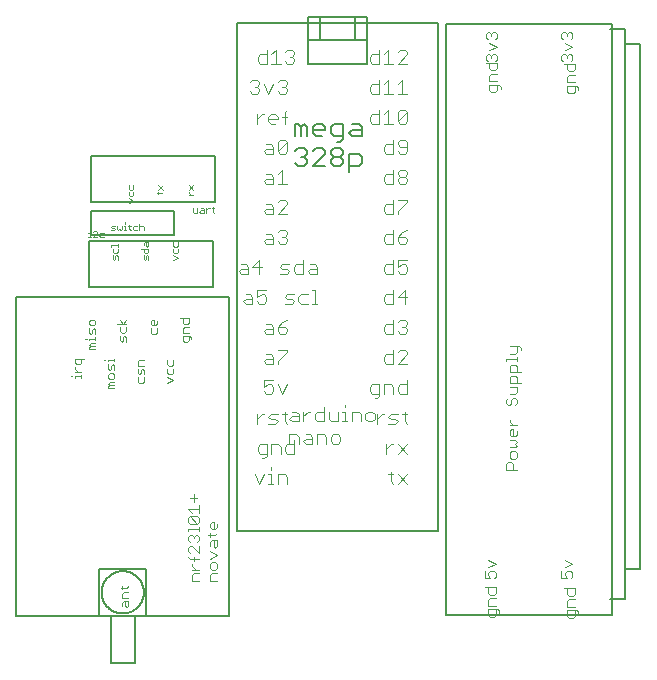
<source format=gto>
G75*
%MOIN*%
%OFA0B0*%
%FSLAX25Y25*%
%IPPOS*%
%LPD*%
%AMOC8*
5,1,8,0,0,1.08239X$1,22.5*
%
%ADD10C,0.00500*%
%ADD11C,0.00200*%
%ADD12C,0.00400*%
%ADD13C,0.00300*%
%ADD14C,0.00100*%
D10*
X0007863Y0023217D02*
X0007863Y0129517D01*
X0078729Y0129517D01*
X0078729Y0023217D01*
X0007863Y0023217D01*
X0035422Y0023217D02*
X0039359Y0023217D01*
X0039359Y0007469D01*
X0047233Y0007469D01*
X0047233Y0023217D01*
X0039359Y0023217D01*
X0035422Y0023217D02*
X0035422Y0038965D01*
X0051170Y0038965D01*
X0051170Y0023217D01*
X0036253Y0031091D02*
X0036255Y0031264D01*
X0036261Y0031437D01*
X0036272Y0031609D01*
X0036287Y0031781D01*
X0036306Y0031953D01*
X0036329Y0032124D01*
X0036357Y0032295D01*
X0036388Y0032465D01*
X0036424Y0032634D01*
X0036464Y0032802D01*
X0036508Y0032969D01*
X0036556Y0033135D01*
X0036608Y0033300D01*
X0036665Y0033464D01*
X0036725Y0033626D01*
X0036789Y0033786D01*
X0036857Y0033945D01*
X0036929Y0034102D01*
X0037005Y0034258D01*
X0037085Y0034411D01*
X0037168Y0034562D01*
X0037255Y0034712D01*
X0037346Y0034859D01*
X0037440Y0035004D01*
X0037538Y0035146D01*
X0037639Y0035287D01*
X0037744Y0035424D01*
X0037852Y0035559D01*
X0037963Y0035691D01*
X0038077Y0035821D01*
X0038195Y0035947D01*
X0038316Y0036071D01*
X0038440Y0036192D01*
X0038566Y0036310D01*
X0038696Y0036424D01*
X0038828Y0036535D01*
X0038963Y0036643D01*
X0039100Y0036748D01*
X0039241Y0036849D01*
X0039383Y0036947D01*
X0039528Y0037041D01*
X0039675Y0037132D01*
X0039825Y0037219D01*
X0039976Y0037302D01*
X0040129Y0037382D01*
X0040285Y0037458D01*
X0040442Y0037530D01*
X0040601Y0037598D01*
X0040761Y0037662D01*
X0040923Y0037722D01*
X0041087Y0037779D01*
X0041252Y0037831D01*
X0041418Y0037879D01*
X0041585Y0037923D01*
X0041753Y0037963D01*
X0041922Y0037999D01*
X0042092Y0038030D01*
X0042263Y0038058D01*
X0042434Y0038081D01*
X0042606Y0038100D01*
X0042778Y0038115D01*
X0042950Y0038126D01*
X0043123Y0038132D01*
X0043296Y0038134D01*
X0043469Y0038132D01*
X0043642Y0038126D01*
X0043814Y0038115D01*
X0043986Y0038100D01*
X0044158Y0038081D01*
X0044329Y0038058D01*
X0044500Y0038030D01*
X0044670Y0037999D01*
X0044839Y0037963D01*
X0045007Y0037923D01*
X0045174Y0037879D01*
X0045340Y0037831D01*
X0045505Y0037779D01*
X0045669Y0037722D01*
X0045831Y0037662D01*
X0045991Y0037598D01*
X0046150Y0037530D01*
X0046307Y0037458D01*
X0046463Y0037382D01*
X0046616Y0037302D01*
X0046767Y0037219D01*
X0046917Y0037132D01*
X0047064Y0037041D01*
X0047209Y0036947D01*
X0047351Y0036849D01*
X0047492Y0036748D01*
X0047629Y0036643D01*
X0047764Y0036535D01*
X0047896Y0036424D01*
X0048026Y0036310D01*
X0048152Y0036192D01*
X0048276Y0036071D01*
X0048397Y0035947D01*
X0048515Y0035821D01*
X0048629Y0035691D01*
X0048740Y0035559D01*
X0048848Y0035424D01*
X0048953Y0035287D01*
X0049054Y0035146D01*
X0049152Y0035004D01*
X0049246Y0034859D01*
X0049337Y0034712D01*
X0049424Y0034562D01*
X0049507Y0034411D01*
X0049587Y0034258D01*
X0049663Y0034102D01*
X0049735Y0033945D01*
X0049803Y0033786D01*
X0049867Y0033626D01*
X0049927Y0033464D01*
X0049984Y0033300D01*
X0050036Y0033135D01*
X0050084Y0032969D01*
X0050128Y0032802D01*
X0050168Y0032634D01*
X0050204Y0032465D01*
X0050235Y0032295D01*
X0050263Y0032124D01*
X0050286Y0031953D01*
X0050305Y0031781D01*
X0050320Y0031609D01*
X0050331Y0031437D01*
X0050337Y0031264D01*
X0050339Y0031091D01*
X0050337Y0030918D01*
X0050331Y0030745D01*
X0050320Y0030573D01*
X0050305Y0030401D01*
X0050286Y0030229D01*
X0050263Y0030058D01*
X0050235Y0029887D01*
X0050204Y0029717D01*
X0050168Y0029548D01*
X0050128Y0029380D01*
X0050084Y0029213D01*
X0050036Y0029047D01*
X0049984Y0028882D01*
X0049927Y0028718D01*
X0049867Y0028556D01*
X0049803Y0028396D01*
X0049735Y0028237D01*
X0049663Y0028080D01*
X0049587Y0027924D01*
X0049507Y0027771D01*
X0049424Y0027620D01*
X0049337Y0027470D01*
X0049246Y0027323D01*
X0049152Y0027178D01*
X0049054Y0027036D01*
X0048953Y0026895D01*
X0048848Y0026758D01*
X0048740Y0026623D01*
X0048629Y0026491D01*
X0048515Y0026361D01*
X0048397Y0026235D01*
X0048276Y0026111D01*
X0048152Y0025990D01*
X0048026Y0025872D01*
X0047896Y0025758D01*
X0047764Y0025647D01*
X0047629Y0025539D01*
X0047492Y0025434D01*
X0047351Y0025333D01*
X0047209Y0025235D01*
X0047064Y0025141D01*
X0046917Y0025050D01*
X0046767Y0024963D01*
X0046616Y0024880D01*
X0046463Y0024800D01*
X0046307Y0024724D01*
X0046150Y0024652D01*
X0045991Y0024584D01*
X0045831Y0024520D01*
X0045669Y0024460D01*
X0045505Y0024403D01*
X0045340Y0024351D01*
X0045174Y0024303D01*
X0045007Y0024259D01*
X0044839Y0024219D01*
X0044670Y0024183D01*
X0044500Y0024152D01*
X0044329Y0024124D01*
X0044158Y0024101D01*
X0043986Y0024082D01*
X0043814Y0024067D01*
X0043642Y0024056D01*
X0043469Y0024050D01*
X0043296Y0024048D01*
X0043123Y0024050D01*
X0042950Y0024056D01*
X0042778Y0024067D01*
X0042606Y0024082D01*
X0042434Y0024101D01*
X0042263Y0024124D01*
X0042092Y0024152D01*
X0041922Y0024183D01*
X0041753Y0024219D01*
X0041585Y0024259D01*
X0041418Y0024303D01*
X0041252Y0024351D01*
X0041087Y0024403D01*
X0040923Y0024460D01*
X0040761Y0024520D01*
X0040601Y0024584D01*
X0040442Y0024652D01*
X0040285Y0024724D01*
X0040129Y0024800D01*
X0039976Y0024880D01*
X0039825Y0024963D01*
X0039675Y0025050D01*
X0039528Y0025141D01*
X0039383Y0025235D01*
X0039241Y0025333D01*
X0039100Y0025434D01*
X0038963Y0025539D01*
X0038828Y0025647D01*
X0038696Y0025758D01*
X0038566Y0025872D01*
X0038440Y0025990D01*
X0038316Y0026111D01*
X0038195Y0026235D01*
X0038077Y0026361D01*
X0037963Y0026491D01*
X0037852Y0026623D01*
X0037744Y0026758D01*
X0037639Y0026895D01*
X0037538Y0027036D01*
X0037440Y0027178D01*
X0037346Y0027323D01*
X0037255Y0027470D01*
X0037168Y0027620D01*
X0037085Y0027771D01*
X0037005Y0027924D01*
X0036929Y0028080D01*
X0036857Y0028237D01*
X0036789Y0028396D01*
X0036725Y0028556D01*
X0036665Y0028718D01*
X0036608Y0028882D01*
X0036556Y0029047D01*
X0036508Y0029213D01*
X0036464Y0029380D01*
X0036424Y0029548D01*
X0036388Y0029717D01*
X0036357Y0029887D01*
X0036329Y0030058D01*
X0036306Y0030229D01*
X0036287Y0030401D01*
X0036272Y0030573D01*
X0036261Y0030745D01*
X0036255Y0030918D01*
X0036253Y0031091D01*
X0081367Y0051603D02*
X0081367Y0220894D01*
X0148296Y0220894D01*
X0148296Y0051603D01*
X0081367Y0051603D01*
X0151170Y0023611D02*
X0151170Y0220461D01*
X0206288Y0220461D01*
X0206288Y0023611D01*
X0151170Y0023611D01*
X0205855Y0028729D02*
X0210855Y0028729D01*
X0210855Y0038729D01*
X0215855Y0038729D01*
X0215855Y0213729D01*
X0210855Y0213729D01*
X0210855Y0038729D01*
X0121899Y0173148D02*
X0118847Y0173148D01*
X0118847Y0171113D02*
X0118847Y0177219D01*
X0121899Y0177219D01*
X0122917Y0176201D01*
X0122917Y0174166D01*
X0121899Y0173148D01*
X0116840Y0174166D02*
X0115822Y0173148D01*
X0113787Y0173148D01*
X0112770Y0174166D01*
X0112770Y0175183D01*
X0113787Y0176201D01*
X0115822Y0176201D01*
X0116840Y0175183D01*
X0116840Y0174166D01*
X0115822Y0176201D02*
X0116840Y0177219D01*
X0116840Y0178236D01*
X0115822Y0179254D01*
X0113787Y0179254D01*
X0112770Y0178236D01*
X0112770Y0177219D01*
X0113787Y0176201D01*
X0110763Y0177219D02*
X0110763Y0178236D01*
X0109745Y0179254D01*
X0107710Y0179254D01*
X0106692Y0178236D01*
X0104685Y0178236D02*
X0104685Y0177219D01*
X0103668Y0176201D01*
X0104685Y0175183D01*
X0104685Y0174166D01*
X0103668Y0173148D01*
X0101633Y0173148D01*
X0100615Y0174166D01*
X0102650Y0176201D02*
X0103668Y0176201D01*
X0104685Y0178236D02*
X0103668Y0179254D01*
X0101633Y0179254D01*
X0100615Y0178236D01*
X0100615Y0183048D02*
X0100615Y0187119D01*
X0101633Y0187119D01*
X0102650Y0186101D01*
X0103668Y0187119D01*
X0104685Y0186101D01*
X0104685Y0183048D01*
X0102650Y0183048D02*
X0102650Y0186101D01*
X0106692Y0186101D02*
X0106692Y0184066D01*
X0107710Y0183048D01*
X0109745Y0183048D01*
X0110763Y0185083D02*
X0106692Y0185083D01*
X0106692Y0186101D02*
X0107710Y0187119D01*
X0109745Y0187119D01*
X0110763Y0186101D01*
X0110763Y0185083D01*
X0112770Y0184066D02*
X0113787Y0183048D01*
X0116840Y0183048D01*
X0116840Y0182031D02*
X0115822Y0181013D01*
X0114805Y0181013D01*
X0116840Y0182031D02*
X0116840Y0187119D01*
X0113787Y0187119D01*
X0112770Y0186101D01*
X0112770Y0184066D01*
X0118847Y0184066D02*
X0119864Y0185083D01*
X0122917Y0185083D01*
X0122917Y0186101D02*
X0122917Y0183048D01*
X0119864Y0183048D01*
X0118847Y0184066D01*
X0121899Y0187119D02*
X0122917Y0186101D01*
X0121899Y0187119D02*
X0119864Y0187119D01*
X0110763Y0177219D02*
X0106692Y0173148D01*
X0110763Y0173148D01*
X0104989Y0207115D02*
X0104989Y0214989D01*
X0108926Y0214989D01*
X0108926Y0222863D01*
X0120737Y0222863D01*
X0120737Y0214989D01*
X0124674Y0214989D01*
X0124674Y0207115D01*
X0104989Y0207115D01*
X0104989Y0214989D02*
X0104989Y0220894D01*
X0104989Y0222863D01*
X0108926Y0222863D01*
X0104989Y0220894D02*
X0124674Y0220894D01*
X0124674Y0222863D01*
X0120737Y0222863D01*
X0124674Y0220894D02*
X0124674Y0214989D01*
X0120737Y0214989D02*
X0108926Y0214989D01*
X0073965Y0176446D02*
X0032627Y0176446D01*
X0032627Y0161091D01*
X0073965Y0161091D01*
X0073965Y0161485D01*
X0073965Y0176446D01*
X0060422Y0158020D02*
X0060422Y0150146D01*
X0032863Y0150146D01*
X0032863Y0158020D01*
X0060422Y0158020D01*
X0073532Y0148099D02*
X0032194Y0148099D01*
X0032194Y0147706D01*
X0032194Y0132745D01*
X0073532Y0132745D01*
X0073532Y0148099D01*
X0205855Y0218729D02*
X0210855Y0218729D01*
X0210855Y0213729D01*
D11*
X0050331Y0152884D02*
X0050331Y0151783D01*
X0050331Y0152884D02*
X0049964Y0153251D01*
X0049230Y0153251D01*
X0048863Y0152884D01*
X0048121Y0153251D02*
X0047020Y0153251D01*
X0046653Y0152884D01*
X0046653Y0152150D01*
X0047020Y0151783D01*
X0048121Y0151783D01*
X0048863Y0151783D02*
X0048863Y0153985D01*
X0045914Y0153251D02*
X0045180Y0153251D01*
X0045547Y0153618D02*
X0045547Y0152150D01*
X0045914Y0151783D01*
X0044441Y0151783D02*
X0043707Y0151783D01*
X0044074Y0151783D02*
X0044074Y0153251D01*
X0043707Y0153251D01*
X0042965Y0153251D02*
X0042965Y0152150D01*
X0042598Y0151783D01*
X0042231Y0152150D01*
X0041864Y0151783D01*
X0041497Y0152150D01*
X0041497Y0153251D01*
X0040755Y0153251D02*
X0039654Y0153251D01*
X0039287Y0152884D01*
X0039654Y0152517D01*
X0040388Y0152517D01*
X0040755Y0152150D01*
X0040388Y0151783D01*
X0039287Y0151783D01*
X0044074Y0153985D02*
X0044074Y0154352D01*
D12*
X0082703Y0140384D02*
X0084237Y0140384D01*
X0085005Y0139617D01*
X0085005Y0137315D01*
X0082703Y0137315D01*
X0081935Y0138082D01*
X0082703Y0138850D01*
X0085005Y0138850D01*
X0086539Y0139617D02*
X0089609Y0139617D01*
X0088841Y0137315D02*
X0088841Y0141919D01*
X0086539Y0139617D01*
X0091119Y0147315D02*
X0090351Y0148082D01*
X0091119Y0148850D01*
X0093420Y0148850D01*
X0093420Y0149617D02*
X0093420Y0147315D01*
X0091119Y0147315D01*
X0091119Y0150384D02*
X0092653Y0150384D01*
X0093420Y0149617D01*
X0094955Y0151152D02*
X0095722Y0151919D01*
X0097257Y0151919D01*
X0098024Y0151152D01*
X0098024Y0150384D01*
X0097257Y0149617D01*
X0098024Y0148850D01*
X0098024Y0148082D01*
X0097257Y0147315D01*
X0095722Y0147315D01*
X0094955Y0148082D01*
X0096490Y0149617D02*
X0097257Y0149617D01*
X0098024Y0157315D02*
X0094955Y0157315D01*
X0098024Y0160384D01*
X0098024Y0161152D01*
X0097257Y0161919D01*
X0095722Y0161919D01*
X0094955Y0161152D01*
X0093420Y0159617D02*
X0093420Y0157315D01*
X0091119Y0157315D01*
X0090351Y0158082D01*
X0091119Y0158850D01*
X0093420Y0158850D01*
X0093420Y0159617D02*
X0092653Y0160384D01*
X0091119Y0160384D01*
X0091119Y0167315D02*
X0090351Y0168082D01*
X0091119Y0168850D01*
X0093420Y0168850D01*
X0093420Y0169617D02*
X0093420Y0167315D01*
X0091119Y0167315D01*
X0091119Y0170384D02*
X0092653Y0170384D01*
X0093420Y0169617D01*
X0094955Y0170384D02*
X0096490Y0171919D01*
X0096490Y0167315D01*
X0098024Y0167315D02*
X0094955Y0167315D01*
X0095722Y0177315D02*
X0094955Y0178082D01*
X0098024Y0181152D01*
X0098024Y0178082D01*
X0097257Y0177315D01*
X0095722Y0177315D01*
X0094955Y0178082D02*
X0094955Y0181152D01*
X0095722Y0181919D01*
X0097257Y0181919D01*
X0098024Y0181152D01*
X0093420Y0179617D02*
X0093420Y0177315D01*
X0091119Y0177315D01*
X0090351Y0178082D01*
X0091119Y0178850D01*
X0093420Y0178850D01*
X0093420Y0179617D02*
X0092653Y0180384D01*
X0091119Y0180384D01*
X0092653Y0187315D02*
X0091886Y0188082D01*
X0091886Y0189617D01*
X0092653Y0190384D01*
X0094188Y0190384D01*
X0094955Y0189617D01*
X0094955Y0188850D01*
X0091886Y0188850D01*
X0092653Y0187315D02*
X0094188Y0187315D01*
X0097257Y0187315D02*
X0097257Y0191152D01*
X0098024Y0191919D01*
X0098024Y0189617D02*
X0096490Y0189617D01*
X0090351Y0190384D02*
X0089584Y0190384D01*
X0088049Y0188850D01*
X0088049Y0190384D02*
X0088049Y0187315D01*
X0088049Y0197315D02*
X0086515Y0197315D01*
X0085747Y0198082D01*
X0087282Y0199617D02*
X0088049Y0199617D01*
X0088817Y0198850D01*
X0088817Y0198082D01*
X0088049Y0197315D01*
X0088049Y0199617D02*
X0088817Y0200384D01*
X0088817Y0201152D01*
X0088049Y0201919D01*
X0086515Y0201919D01*
X0085747Y0201152D01*
X0090351Y0200384D02*
X0091886Y0197315D01*
X0093420Y0200384D01*
X0094955Y0201152D02*
X0095722Y0201919D01*
X0097257Y0201919D01*
X0098024Y0201152D01*
X0098024Y0200384D01*
X0097257Y0199617D01*
X0098024Y0198850D01*
X0098024Y0198082D01*
X0097257Y0197315D01*
X0095722Y0197315D01*
X0094955Y0198082D01*
X0096490Y0199617D02*
X0097257Y0199617D01*
X0098222Y0207315D02*
X0097455Y0208082D01*
X0098222Y0207315D02*
X0099757Y0207315D01*
X0100524Y0208082D01*
X0100524Y0208850D01*
X0099757Y0209617D01*
X0098990Y0209617D01*
X0099757Y0209617D02*
X0100524Y0210384D01*
X0100524Y0211152D01*
X0099757Y0211919D01*
X0098222Y0211919D01*
X0097455Y0211152D01*
X0094386Y0211919D02*
X0094386Y0207315D01*
X0095920Y0207315D02*
X0092851Y0207315D01*
X0091317Y0207315D02*
X0089015Y0207315D01*
X0088247Y0208082D01*
X0088247Y0209617D01*
X0089015Y0210384D01*
X0091317Y0210384D01*
X0092851Y0210384D02*
X0094386Y0211919D01*
X0091317Y0211919D02*
X0091317Y0207315D01*
X0125747Y0208082D02*
X0126515Y0207315D01*
X0128817Y0207315D01*
X0128817Y0211919D01*
X0128817Y0210384D02*
X0126515Y0210384D01*
X0125747Y0209617D01*
X0125747Y0208082D01*
X0130351Y0207315D02*
X0133420Y0207315D01*
X0131886Y0207315D02*
X0131886Y0211919D01*
X0130351Y0210384D01*
X0134955Y0211152D02*
X0135722Y0211919D01*
X0137257Y0211919D01*
X0138024Y0211152D01*
X0138024Y0210384D01*
X0134955Y0207315D01*
X0138024Y0207315D01*
X0136490Y0201919D02*
X0136490Y0197315D01*
X0138024Y0197315D02*
X0134955Y0197315D01*
X0133420Y0197315D02*
X0130351Y0197315D01*
X0128817Y0197315D02*
X0126515Y0197315D01*
X0125747Y0198082D01*
X0125747Y0199617D01*
X0126515Y0200384D01*
X0128817Y0200384D01*
X0130351Y0200384D02*
X0131886Y0201919D01*
X0131886Y0197315D01*
X0128817Y0197315D02*
X0128817Y0201919D01*
X0134955Y0200384D02*
X0136490Y0201919D01*
X0135722Y0191919D02*
X0137257Y0191919D01*
X0138024Y0191152D01*
X0134955Y0188082D01*
X0135722Y0187315D01*
X0137257Y0187315D01*
X0138024Y0188082D01*
X0138024Y0191152D01*
X0135722Y0191919D02*
X0134955Y0191152D01*
X0134955Y0188082D01*
X0133420Y0187315D02*
X0130351Y0187315D01*
X0128817Y0187315D02*
X0126515Y0187315D01*
X0125747Y0188082D01*
X0125747Y0189617D01*
X0126515Y0190384D01*
X0128817Y0190384D01*
X0130351Y0190384D02*
X0131886Y0191919D01*
X0131886Y0187315D01*
X0128817Y0187315D02*
X0128817Y0191919D01*
X0133420Y0181919D02*
X0133420Y0177315D01*
X0131119Y0177315D01*
X0130351Y0178082D01*
X0130351Y0179617D01*
X0131119Y0180384D01*
X0133420Y0180384D01*
X0134955Y0180384D02*
X0135722Y0179617D01*
X0138024Y0179617D01*
X0138024Y0178082D02*
X0138024Y0181152D01*
X0137257Y0181919D01*
X0135722Y0181919D01*
X0134955Y0181152D01*
X0134955Y0180384D01*
X0134955Y0178082D02*
X0135722Y0177315D01*
X0137257Y0177315D01*
X0138024Y0178082D01*
X0137257Y0171919D02*
X0135722Y0171919D01*
X0134955Y0171152D01*
X0134955Y0170384D01*
X0135722Y0169617D01*
X0137257Y0169617D01*
X0138024Y0168850D01*
X0138024Y0168082D01*
X0137257Y0167315D01*
X0135722Y0167315D01*
X0134955Y0168082D01*
X0134955Y0168850D01*
X0135722Y0169617D01*
X0137257Y0169617D02*
X0138024Y0170384D01*
X0138024Y0171152D01*
X0137257Y0171919D01*
X0133420Y0171919D02*
X0133420Y0167315D01*
X0131119Y0167315D01*
X0130351Y0168082D01*
X0130351Y0169617D01*
X0131119Y0170384D01*
X0133420Y0170384D01*
X0133420Y0161919D02*
X0133420Y0157315D01*
X0131119Y0157315D01*
X0130351Y0158082D01*
X0130351Y0159617D01*
X0131119Y0160384D01*
X0133420Y0160384D01*
X0134955Y0161919D02*
X0138024Y0161919D01*
X0138024Y0161152D01*
X0134955Y0158082D01*
X0134955Y0157315D01*
X0133420Y0151919D02*
X0133420Y0147315D01*
X0131119Y0147315D01*
X0130351Y0148082D01*
X0130351Y0149617D01*
X0131119Y0150384D01*
X0133420Y0150384D01*
X0134955Y0149617D02*
X0134955Y0148082D01*
X0135722Y0147315D01*
X0137257Y0147315D01*
X0138024Y0148082D01*
X0138024Y0148850D01*
X0137257Y0149617D01*
X0134955Y0149617D01*
X0136490Y0151152D01*
X0138024Y0151919D01*
X0138024Y0141919D02*
X0134955Y0141919D01*
X0134955Y0139617D01*
X0136490Y0140384D01*
X0137257Y0140384D01*
X0138024Y0139617D01*
X0138024Y0138082D01*
X0137257Y0137315D01*
X0135722Y0137315D01*
X0134955Y0138082D01*
X0133420Y0137315D02*
X0131119Y0137315D01*
X0130351Y0138082D01*
X0130351Y0139617D01*
X0131119Y0140384D01*
X0133420Y0140384D01*
X0133420Y0141919D02*
X0133420Y0137315D01*
X0133420Y0131919D02*
X0133420Y0127315D01*
X0131119Y0127315D01*
X0130351Y0128082D01*
X0130351Y0129617D01*
X0131119Y0130384D01*
X0133420Y0130384D01*
X0134955Y0129617D02*
X0138024Y0129617D01*
X0137257Y0127315D02*
X0137257Y0131919D01*
X0134955Y0129617D01*
X0135722Y0121919D02*
X0137257Y0121919D01*
X0138024Y0121152D01*
X0138024Y0120384D01*
X0137257Y0119617D01*
X0138024Y0118850D01*
X0138024Y0118082D01*
X0137257Y0117315D01*
X0135722Y0117315D01*
X0134955Y0118082D01*
X0133420Y0117315D02*
X0131119Y0117315D01*
X0130351Y0118082D01*
X0130351Y0119617D01*
X0131119Y0120384D01*
X0133420Y0120384D01*
X0133420Y0121919D02*
X0133420Y0117315D01*
X0136490Y0119617D02*
X0137257Y0119617D01*
X0134955Y0121152D02*
X0135722Y0121919D01*
X0135722Y0111919D02*
X0134955Y0111152D01*
X0135722Y0111919D02*
X0137257Y0111919D01*
X0138024Y0111152D01*
X0138024Y0110384D01*
X0134955Y0107315D01*
X0138024Y0107315D01*
X0133420Y0107315D02*
X0133420Y0111919D01*
X0133420Y0110384D02*
X0131119Y0110384D01*
X0130351Y0109617D01*
X0130351Y0108082D01*
X0131119Y0107315D01*
X0133420Y0107315D01*
X0132653Y0100384D02*
X0130351Y0100384D01*
X0130351Y0097315D01*
X0128817Y0097315D02*
X0126515Y0097315D01*
X0125747Y0098082D01*
X0125747Y0099617D01*
X0126515Y0100384D01*
X0128817Y0100384D01*
X0128817Y0096548D01*
X0128049Y0095780D01*
X0127282Y0095780D01*
X0126509Y0091211D02*
X0124974Y0091211D01*
X0124207Y0090444D01*
X0124207Y0088909D01*
X0124974Y0088142D01*
X0126509Y0088142D01*
X0127276Y0088909D01*
X0127276Y0090444D01*
X0126509Y0091211D01*
X0128049Y0090384D02*
X0128049Y0087315D01*
X0128049Y0088850D02*
X0129584Y0090384D01*
X0130351Y0090384D01*
X0131886Y0089617D02*
X0132653Y0090384D01*
X0134955Y0090384D01*
X0136490Y0090384D02*
X0138024Y0090384D01*
X0137257Y0091152D02*
X0137257Y0088082D01*
X0138024Y0087315D01*
X0134955Y0088082D02*
X0134188Y0088850D01*
X0132653Y0088850D01*
X0131886Y0089617D01*
X0131886Y0087315D02*
X0134188Y0087315D01*
X0134955Y0088082D01*
X0134955Y0080384D02*
X0138024Y0077315D01*
X0134955Y0077315D02*
X0138024Y0080384D01*
X0133420Y0080384D02*
X0132653Y0080384D01*
X0131119Y0078850D01*
X0131119Y0080384D02*
X0131119Y0077315D01*
X0132653Y0071152D02*
X0132653Y0068082D01*
X0133420Y0067315D01*
X0134955Y0067315D02*
X0138024Y0070384D01*
X0134955Y0070384D02*
X0138024Y0067315D01*
X0133420Y0070384D02*
X0131886Y0070384D01*
X0115767Y0081409D02*
X0115767Y0082944D01*
X0114999Y0083711D01*
X0113465Y0083711D01*
X0112697Y0082944D01*
X0112697Y0081409D01*
X0113465Y0080642D01*
X0114999Y0080642D01*
X0115767Y0081409D01*
X0111163Y0080642D02*
X0111163Y0082944D01*
X0110395Y0083711D01*
X0108093Y0083711D01*
X0108093Y0080642D01*
X0106559Y0080642D02*
X0106559Y0082944D01*
X0105791Y0083711D01*
X0104257Y0083711D01*
X0104257Y0082176D02*
X0106559Y0082176D01*
X0106559Y0080642D02*
X0104257Y0080642D01*
X0103489Y0081409D01*
X0104257Y0082176D01*
X0101955Y0082944D02*
X0101955Y0080642D01*
X0100524Y0080384D02*
X0098222Y0080384D01*
X0097455Y0079617D01*
X0097455Y0078082D01*
X0098222Y0077315D01*
X0100524Y0077315D01*
X0100524Y0081919D01*
X0101955Y0082944D02*
X0101187Y0083711D01*
X0098885Y0083711D01*
X0098885Y0080642D01*
X0095920Y0079617D02*
X0095920Y0077315D01*
X0095920Y0079617D02*
X0095153Y0080384D01*
X0092851Y0080384D01*
X0092851Y0077315D01*
X0091317Y0077315D02*
X0089015Y0077315D01*
X0088247Y0078082D01*
X0088247Y0079617D01*
X0089015Y0080384D01*
X0091317Y0080384D01*
X0091317Y0076548D01*
X0090549Y0075780D01*
X0089782Y0075780D01*
X0092653Y0072686D02*
X0092653Y0071919D01*
X0092653Y0070384D02*
X0092653Y0067315D01*
X0091886Y0067315D02*
X0093420Y0067315D01*
X0094955Y0067315D02*
X0094955Y0070384D01*
X0097257Y0070384D01*
X0098024Y0069617D01*
X0098024Y0067315D01*
X0092653Y0070384D02*
X0091886Y0070384D01*
X0090351Y0070384D02*
X0088817Y0067315D01*
X0087282Y0070384D01*
X0088049Y0087315D02*
X0088049Y0090384D01*
X0088049Y0088850D02*
X0089584Y0090384D01*
X0090351Y0090384D01*
X0091886Y0089617D02*
X0092653Y0088850D01*
X0094188Y0088850D01*
X0094955Y0088082D01*
X0094188Y0087315D01*
X0091886Y0087315D01*
X0091886Y0089617D02*
X0092653Y0090384D01*
X0094955Y0090384D01*
X0096490Y0090384D02*
X0098024Y0090384D01*
X0097257Y0091152D02*
X0097257Y0088082D01*
X0098024Y0087315D01*
X0098885Y0088909D02*
X0099653Y0089676D01*
X0101955Y0089676D01*
X0101955Y0090444D02*
X0101955Y0088142D01*
X0099653Y0088142D01*
X0098885Y0088909D01*
X0101187Y0091211D02*
X0101955Y0090444D01*
X0101187Y0091211D02*
X0099653Y0091211D01*
X0103489Y0091211D02*
X0103489Y0088142D01*
X0103489Y0089676D02*
X0105024Y0091211D01*
X0105791Y0091211D01*
X0107326Y0090444D02*
X0108093Y0091211D01*
X0110395Y0091211D01*
X0110395Y0092746D02*
X0110395Y0088142D01*
X0108093Y0088142D01*
X0107326Y0088909D01*
X0107326Y0090444D01*
X0111930Y0091211D02*
X0111930Y0088909D01*
X0112697Y0088142D01*
X0114999Y0088142D01*
X0114999Y0091211D01*
X0116534Y0091211D02*
X0117301Y0091211D01*
X0117301Y0088142D01*
X0116534Y0088142D02*
X0118068Y0088142D01*
X0119603Y0088142D02*
X0119603Y0091211D01*
X0121905Y0091211D01*
X0122672Y0090444D01*
X0122672Y0088142D01*
X0117301Y0092746D02*
X0117301Y0093513D01*
X0133420Y0097315D02*
X0133420Y0099617D01*
X0132653Y0100384D01*
X0134955Y0099617D02*
X0135722Y0100384D01*
X0138024Y0100384D01*
X0138024Y0101919D02*
X0138024Y0097315D01*
X0135722Y0097315D01*
X0134955Y0098082D01*
X0134955Y0099617D01*
X0108024Y0127315D02*
X0106490Y0127315D01*
X0107257Y0127315D02*
X0107257Y0131919D01*
X0106490Y0131919D01*
X0104955Y0130384D02*
X0102653Y0130384D01*
X0101886Y0129617D01*
X0101886Y0128082D01*
X0102653Y0127315D01*
X0104955Y0127315D01*
X0100351Y0128082D02*
X0099584Y0127315D01*
X0097282Y0127315D01*
X0098049Y0128850D02*
X0097282Y0129617D01*
X0098049Y0130384D01*
X0100351Y0130384D01*
X0099584Y0128850D02*
X0098049Y0128850D01*
X0099584Y0128850D02*
X0100351Y0128082D01*
X0098024Y0121919D02*
X0096490Y0121152D01*
X0094955Y0119617D01*
X0097257Y0119617D01*
X0098024Y0118850D01*
X0098024Y0118082D01*
X0097257Y0117315D01*
X0095722Y0117315D01*
X0094955Y0118082D01*
X0094955Y0119617D01*
X0093420Y0119617D02*
X0093420Y0117315D01*
X0091119Y0117315D01*
X0090351Y0118082D01*
X0091119Y0118850D01*
X0093420Y0118850D01*
X0093420Y0119617D02*
X0092653Y0120384D01*
X0091119Y0120384D01*
X0090376Y0127315D02*
X0088841Y0127315D01*
X0088074Y0128082D01*
X0088074Y0129617D02*
X0089609Y0130384D01*
X0090376Y0130384D01*
X0091143Y0129617D01*
X0091143Y0128082D01*
X0090376Y0127315D01*
X0088074Y0129617D02*
X0088074Y0131919D01*
X0091143Y0131919D01*
X0086539Y0129617D02*
X0086539Y0127315D01*
X0084237Y0127315D01*
X0083470Y0128082D01*
X0084237Y0128850D01*
X0086539Y0128850D01*
X0086539Y0129617D02*
X0085772Y0130384D01*
X0084237Y0130384D01*
X0095747Y0137315D02*
X0098049Y0137315D01*
X0098816Y0138082D01*
X0098049Y0138850D01*
X0096515Y0138850D01*
X0095747Y0139617D01*
X0096515Y0140384D01*
X0098816Y0140384D01*
X0100351Y0139617D02*
X0101118Y0140384D01*
X0103420Y0140384D01*
X0103420Y0141919D02*
X0103420Y0137315D01*
X0101118Y0137315D01*
X0100351Y0138082D01*
X0100351Y0139617D01*
X0104955Y0138082D02*
X0105722Y0138850D01*
X0108024Y0138850D01*
X0108024Y0139617D02*
X0108024Y0137315D01*
X0105722Y0137315D01*
X0104955Y0138082D01*
X0105722Y0140384D02*
X0107257Y0140384D01*
X0108024Y0139617D01*
X0098024Y0111919D02*
X0094955Y0111919D01*
X0092653Y0110384D02*
X0093420Y0109617D01*
X0093420Y0107315D01*
X0091119Y0107315D01*
X0090351Y0108082D01*
X0091119Y0108850D01*
X0093420Y0108850D01*
X0092653Y0110384D02*
X0091119Y0110384D01*
X0094955Y0108082D02*
X0094955Y0107315D01*
X0094955Y0108082D02*
X0098024Y0111152D01*
X0098024Y0111919D01*
X0093420Y0101919D02*
X0090351Y0101919D01*
X0090351Y0099617D01*
X0091886Y0100384D01*
X0092653Y0100384D01*
X0093420Y0099617D01*
X0093420Y0098082D01*
X0092653Y0097315D01*
X0091119Y0097315D01*
X0090351Y0098082D01*
X0094955Y0100384D02*
X0096490Y0097315D01*
X0098024Y0100384D01*
D13*
X0066211Y0115495D02*
X0066211Y0115979D01*
X0065727Y0116463D01*
X0063309Y0116463D01*
X0063309Y0115012D01*
X0063792Y0114528D01*
X0064760Y0114528D01*
X0065244Y0115012D01*
X0065244Y0116463D01*
X0065244Y0117474D02*
X0063309Y0117474D01*
X0063309Y0118926D01*
X0063792Y0119409D01*
X0065244Y0119409D01*
X0064760Y0120421D02*
X0065244Y0120905D01*
X0065244Y0122356D01*
X0062341Y0122356D01*
X0063309Y0122356D02*
X0063309Y0120905D01*
X0063792Y0120421D01*
X0064760Y0120421D01*
X0054614Y0120511D02*
X0054130Y0120027D01*
X0053163Y0120027D01*
X0052679Y0120511D01*
X0052679Y0121478D01*
X0053163Y0121962D01*
X0053646Y0121962D01*
X0053646Y0120027D01*
X0054614Y0120511D02*
X0054614Y0121478D01*
X0054614Y0119016D02*
X0054614Y0117564D01*
X0054130Y0117081D01*
X0053163Y0117081D01*
X0052679Y0117564D01*
X0052679Y0119016D01*
X0044378Y0119507D02*
X0044378Y0118055D01*
X0043894Y0117572D01*
X0042926Y0117572D01*
X0042443Y0118055D01*
X0042443Y0119507D01*
X0043410Y0120518D02*
X0042443Y0121969D01*
X0043410Y0120518D02*
X0044378Y0121969D01*
X0044378Y0120518D02*
X0041475Y0120518D01*
X0042443Y0116560D02*
X0042443Y0115109D01*
X0042926Y0114625D01*
X0043410Y0115109D01*
X0043410Y0116076D01*
X0043894Y0116560D01*
X0044378Y0116076D01*
X0044378Y0114625D01*
X0040441Y0108985D02*
X0040441Y0108017D01*
X0040441Y0108501D02*
X0038506Y0108501D01*
X0038506Y0108017D01*
X0038506Y0107006D02*
X0038506Y0105554D01*
X0038989Y0105071D01*
X0039473Y0105554D01*
X0039473Y0106522D01*
X0039957Y0107006D01*
X0040441Y0106522D01*
X0040441Y0105071D01*
X0039957Y0104059D02*
X0038989Y0104059D01*
X0038506Y0103575D01*
X0038506Y0102608D01*
X0038989Y0102124D01*
X0039957Y0102124D01*
X0040441Y0102608D01*
X0040441Y0103575D01*
X0039957Y0104059D01*
X0040441Y0101113D02*
X0038989Y0101113D01*
X0038506Y0100629D01*
X0038989Y0100145D01*
X0040441Y0100145D01*
X0040441Y0099178D02*
X0038506Y0099178D01*
X0038506Y0099661D01*
X0038989Y0100145D01*
X0037538Y0108501D02*
X0037054Y0108501D01*
X0034141Y0112170D02*
X0032206Y0112170D01*
X0032206Y0112653D01*
X0032690Y0113137D01*
X0032206Y0113621D01*
X0032690Y0114105D01*
X0034141Y0114105D01*
X0034141Y0113137D02*
X0032690Y0113137D01*
X0032206Y0115116D02*
X0032206Y0115600D01*
X0034141Y0115600D01*
X0034141Y0115116D02*
X0034141Y0116084D01*
X0034141Y0117081D02*
X0034141Y0118532D01*
X0033658Y0119016D01*
X0033174Y0118532D01*
X0033174Y0117564D01*
X0032690Y0117081D01*
X0032206Y0117564D01*
X0032206Y0119016D01*
X0032690Y0120027D02*
X0033658Y0120027D01*
X0034141Y0120511D01*
X0034141Y0121478D01*
X0033658Y0121962D01*
X0032690Y0121962D01*
X0032206Y0121478D01*
X0032206Y0120511D01*
X0032690Y0120027D01*
X0031239Y0115600D02*
X0030755Y0115600D01*
X0030384Y0108970D02*
X0027482Y0108970D01*
X0027482Y0107519D01*
X0027966Y0107035D01*
X0028933Y0107035D01*
X0029417Y0107519D01*
X0029417Y0108970D01*
X0027482Y0106031D02*
X0027482Y0105547D01*
X0028449Y0104580D01*
X0027482Y0104580D02*
X0029417Y0104580D01*
X0029417Y0103583D02*
X0029417Y0102615D01*
X0029417Y0103099D02*
X0027482Y0103099D01*
X0027482Y0102615D01*
X0026514Y0103099D02*
X0026031Y0103099D01*
X0048348Y0102683D02*
X0048348Y0101232D01*
X0048832Y0100748D01*
X0049799Y0100748D01*
X0050283Y0101232D01*
X0050283Y0102683D01*
X0050283Y0103695D02*
X0050283Y0105146D01*
X0049799Y0105630D01*
X0049316Y0105146D01*
X0049316Y0104178D01*
X0048832Y0103695D01*
X0048348Y0104178D01*
X0048348Y0105630D01*
X0048348Y0106641D02*
X0048348Y0108093D01*
X0048832Y0108576D01*
X0050283Y0108576D01*
X0050283Y0106641D02*
X0048348Y0106641D01*
X0058191Y0107125D02*
X0058674Y0106641D01*
X0059642Y0106641D01*
X0060126Y0107125D01*
X0060126Y0108576D01*
X0058191Y0108576D02*
X0058191Y0107125D01*
X0058191Y0105630D02*
X0058191Y0104178D01*
X0058674Y0103695D01*
X0059642Y0103695D01*
X0060126Y0104178D01*
X0060126Y0105630D01*
X0058191Y0102683D02*
X0060126Y0101716D01*
X0058191Y0100748D01*
X0066948Y0063745D02*
X0066948Y0061277D01*
X0065714Y0062511D02*
X0068182Y0062511D01*
X0068800Y0060062D02*
X0068800Y0057593D01*
X0068800Y0058828D02*
X0065096Y0058828D01*
X0066331Y0057593D01*
X0065714Y0056379D02*
X0068182Y0053910D01*
X0068800Y0054527D01*
X0068800Y0055762D01*
X0068182Y0056379D01*
X0065714Y0056379D01*
X0065096Y0055762D01*
X0065096Y0054527D01*
X0065714Y0053910D01*
X0068182Y0053910D01*
X0068800Y0052689D02*
X0068800Y0051455D01*
X0068800Y0052072D02*
X0065096Y0052072D01*
X0065096Y0051455D01*
X0065714Y0050241D02*
X0066331Y0050241D01*
X0066948Y0049623D01*
X0067565Y0050241D01*
X0068182Y0050241D01*
X0068800Y0049623D01*
X0068800Y0048389D01*
X0068182Y0047772D01*
X0068800Y0046557D02*
X0068800Y0044089D01*
X0066331Y0046557D01*
X0065714Y0046557D01*
X0065096Y0045940D01*
X0065096Y0044706D01*
X0065714Y0044089D01*
X0065096Y0042868D02*
X0065714Y0042250D01*
X0068800Y0042250D01*
X0066948Y0041633D02*
X0066948Y0042868D01*
X0066331Y0040415D02*
X0066331Y0039798D01*
X0067565Y0038564D01*
X0066331Y0038564D02*
X0068800Y0038564D01*
X0068800Y0037350D02*
X0066948Y0037350D01*
X0066331Y0036732D01*
X0066331Y0034881D01*
X0068800Y0034881D01*
X0072331Y0034881D02*
X0072331Y0036732D01*
X0072948Y0037350D01*
X0074800Y0037350D01*
X0074182Y0038564D02*
X0074800Y0039181D01*
X0074800Y0040415D01*
X0074182Y0041033D01*
X0072948Y0041033D01*
X0072331Y0040415D01*
X0072331Y0039181D01*
X0072948Y0038564D01*
X0074182Y0038564D01*
X0074800Y0034881D02*
X0072331Y0034881D01*
X0072331Y0042247D02*
X0074800Y0043481D01*
X0072331Y0044716D01*
X0072331Y0046547D02*
X0072331Y0047782D01*
X0072948Y0048399D01*
X0074800Y0048399D01*
X0074800Y0046547D01*
X0074182Y0045930D01*
X0073565Y0046547D01*
X0073565Y0048399D01*
X0072331Y0049613D02*
X0072331Y0050848D01*
X0071714Y0050230D02*
X0074182Y0050230D01*
X0074800Y0050848D01*
X0074182Y0052069D02*
X0072948Y0052069D01*
X0072331Y0052686D01*
X0072331Y0053920D01*
X0072948Y0054538D01*
X0073565Y0054538D01*
X0073565Y0052069D01*
X0074182Y0052069D02*
X0074800Y0052686D01*
X0074800Y0053920D01*
X0066948Y0049623D02*
X0066948Y0049006D01*
X0065714Y0047772D02*
X0065096Y0048389D01*
X0065096Y0049623D01*
X0065714Y0050241D01*
X0045165Y0033000D02*
X0044681Y0032517D01*
X0042746Y0032517D01*
X0043230Y0033000D02*
X0043230Y0032033D01*
X0043714Y0031021D02*
X0045165Y0031021D01*
X0043714Y0031021D02*
X0043230Y0030538D01*
X0043230Y0029086D01*
X0045165Y0029086D01*
X0045165Y0028075D02*
X0045165Y0026624D01*
X0044681Y0026140D01*
X0044197Y0026624D01*
X0044197Y0028075D01*
X0043714Y0028075D02*
X0045165Y0028075D01*
X0043714Y0028075D02*
X0043230Y0027591D01*
X0043230Y0026624D01*
X0163915Y0032783D02*
X0167619Y0032783D01*
X0167619Y0030931D01*
X0167001Y0030314D01*
X0165767Y0030314D01*
X0165150Y0030931D01*
X0165150Y0032783D01*
X0165767Y0035686D02*
X0165150Y0036920D01*
X0165150Y0037538D01*
X0165767Y0038155D01*
X0167001Y0038155D01*
X0167619Y0037538D01*
X0167619Y0036303D01*
X0167001Y0035686D01*
X0165767Y0035686D02*
X0163915Y0035686D01*
X0163915Y0038155D01*
X0165150Y0039369D02*
X0167619Y0040604D01*
X0165150Y0041838D01*
X0165767Y0029100D02*
X0167619Y0029100D01*
X0165767Y0029100D02*
X0165150Y0028483D01*
X0165150Y0026631D01*
X0167619Y0026631D01*
X0167619Y0025417D02*
X0167619Y0023565D01*
X0167001Y0022948D01*
X0165767Y0022948D01*
X0165150Y0023565D01*
X0165150Y0025417D01*
X0168236Y0025417D01*
X0168853Y0024799D01*
X0168853Y0024182D01*
X0190293Y0032389D02*
X0193996Y0032389D01*
X0193996Y0030538D01*
X0193379Y0029920D01*
X0192145Y0029920D01*
X0191528Y0030538D01*
X0191528Y0032389D01*
X0191357Y0035686D02*
X0189506Y0035686D01*
X0189506Y0038155D01*
X0190740Y0037538D02*
X0191357Y0038155D01*
X0192592Y0038155D01*
X0193209Y0037538D01*
X0193209Y0036303D01*
X0192592Y0035686D01*
X0191357Y0035686D02*
X0190740Y0036920D01*
X0190740Y0037538D01*
X0190740Y0039369D02*
X0193209Y0040604D01*
X0190740Y0041838D01*
X0192145Y0028706D02*
X0193996Y0028706D01*
X0192145Y0028706D02*
X0191528Y0028089D01*
X0191528Y0026237D01*
X0193996Y0026237D01*
X0193996Y0025023D02*
X0193996Y0023171D01*
X0193379Y0022554D01*
X0192145Y0022554D01*
X0191528Y0023171D01*
X0191528Y0025023D01*
X0194614Y0025023D01*
X0195231Y0024406D01*
X0195231Y0023788D01*
X0174705Y0071956D02*
X0171002Y0071956D01*
X0171002Y0073808D01*
X0171619Y0074425D01*
X0172854Y0074425D01*
X0173471Y0073808D01*
X0173471Y0071956D01*
X0174088Y0075639D02*
X0174705Y0076256D01*
X0174705Y0077491D01*
X0174088Y0078108D01*
X0172854Y0078108D01*
X0172236Y0077491D01*
X0172236Y0076256D01*
X0172854Y0075639D01*
X0174088Y0075639D01*
X0174088Y0079322D02*
X0172236Y0079322D01*
X0174088Y0079322D02*
X0174705Y0079939D01*
X0174088Y0080557D01*
X0174705Y0081174D01*
X0174088Y0081791D01*
X0172236Y0081791D01*
X0172854Y0083005D02*
X0172236Y0083623D01*
X0172236Y0084857D01*
X0172854Y0085474D01*
X0173471Y0085474D01*
X0173471Y0083005D01*
X0174088Y0083005D02*
X0172854Y0083005D01*
X0174088Y0083005D02*
X0174705Y0083623D01*
X0174705Y0084857D01*
X0174705Y0086689D02*
X0172236Y0086689D01*
X0172236Y0087923D02*
X0172236Y0088540D01*
X0172236Y0087923D02*
X0173471Y0086689D01*
X0174088Y0093441D02*
X0174705Y0094058D01*
X0174705Y0095293D01*
X0174088Y0095910D01*
X0173471Y0095910D01*
X0172854Y0095293D01*
X0172854Y0094058D01*
X0172236Y0093441D01*
X0171619Y0093441D01*
X0171002Y0094058D01*
X0171002Y0095293D01*
X0171619Y0095910D01*
X0172236Y0097124D02*
X0174088Y0097124D01*
X0174705Y0097741D01*
X0174705Y0099593D01*
X0172236Y0099593D01*
X0172236Y0100807D02*
X0172236Y0102659D01*
X0172854Y0103276D01*
X0174088Y0103276D01*
X0174705Y0102659D01*
X0174705Y0100807D01*
X0175940Y0100807D02*
X0172236Y0100807D01*
X0172236Y0104490D02*
X0172236Y0106342D01*
X0172854Y0106959D01*
X0174088Y0106959D01*
X0174705Y0106342D01*
X0174705Y0104490D01*
X0175940Y0104490D02*
X0172236Y0104490D01*
X0171002Y0108174D02*
X0171002Y0108791D01*
X0174705Y0108791D01*
X0174705Y0108174D02*
X0174705Y0109408D01*
X0174088Y0110629D02*
X0172236Y0110629D01*
X0174088Y0110629D02*
X0174705Y0111246D01*
X0174705Y0113098D01*
X0175322Y0113098D02*
X0172236Y0113098D01*
X0175322Y0113098D02*
X0175940Y0112481D01*
X0175940Y0111863D01*
X0167395Y0197751D02*
X0168012Y0198368D01*
X0168012Y0200220D01*
X0168629Y0200220D02*
X0165543Y0200220D01*
X0165543Y0198368D01*
X0166161Y0197751D01*
X0167395Y0197751D01*
X0169247Y0198985D02*
X0169247Y0199603D01*
X0168629Y0200220D01*
X0168012Y0201434D02*
X0165543Y0201434D01*
X0165543Y0203286D01*
X0166161Y0203903D01*
X0168012Y0203903D01*
X0167395Y0205117D02*
X0166161Y0205117D01*
X0165543Y0205734D01*
X0165543Y0207586D01*
X0164926Y0207987D02*
X0164309Y0208604D01*
X0164309Y0209839D01*
X0164926Y0210456D01*
X0165543Y0210456D01*
X0166161Y0209839D01*
X0166778Y0210456D01*
X0167395Y0210456D01*
X0168012Y0209839D01*
X0168012Y0208604D01*
X0167395Y0207987D01*
X0168012Y0207586D02*
X0168012Y0205734D01*
X0167395Y0205117D01*
X0168012Y0207586D02*
X0164309Y0207586D01*
X0166161Y0209222D02*
X0166161Y0209839D01*
X0165543Y0211670D02*
X0168012Y0212905D01*
X0165543Y0214139D01*
X0164926Y0215353D02*
X0164309Y0215971D01*
X0164309Y0217205D01*
X0164926Y0217822D01*
X0165543Y0217822D01*
X0166161Y0217205D01*
X0166778Y0217822D01*
X0167395Y0217822D01*
X0168012Y0217205D01*
X0168012Y0215971D01*
X0167395Y0215353D01*
X0166161Y0216588D02*
X0166161Y0217205D01*
X0189506Y0217205D02*
X0189506Y0215971D01*
X0190123Y0215353D01*
X0190740Y0214139D02*
X0193209Y0212905D01*
X0190740Y0211670D01*
X0190740Y0210456D02*
X0191357Y0209839D01*
X0191975Y0210456D01*
X0192592Y0210456D01*
X0193209Y0209839D01*
X0193209Y0208604D01*
X0192592Y0207987D01*
X0191528Y0207192D02*
X0191528Y0205341D01*
X0192145Y0204724D01*
X0193379Y0204724D01*
X0193996Y0205341D01*
X0193996Y0207192D01*
X0190293Y0207192D01*
X0190123Y0207987D02*
X0189506Y0208604D01*
X0189506Y0209839D01*
X0190123Y0210456D01*
X0190740Y0210456D01*
X0191357Y0209839D02*
X0191357Y0209222D01*
X0192145Y0203509D02*
X0193996Y0203509D01*
X0192145Y0203509D02*
X0191528Y0202892D01*
X0191528Y0201040D01*
X0193996Y0201040D01*
X0193996Y0199826D02*
X0193996Y0197974D01*
X0193379Y0197357D01*
X0192145Y0197357D01*
X0191528Y0197974D01*
X0191528Y0199826D01*
X0194614Y0199826D01*
X0195231Y0199209D01*
X0195231Y0198592D01*
X0192592Y0215353D02*
X0193209Y0215971D01*
X0193209Y0217205D01*
X0192592Y0217822D01*
X0191975Y0217822D01*
X0191357Y0217205D01*
X0191357Y0216588D01*
X0191357Y0217205D02*
X0190740Y0217822D01*
X0190123Y0217822D01*
X0189506Y0217205D01*
D14*
X0073703Y0159095D02*
X0072936Y0159095D01*
X0073319Y0159479D02*
X0073319Y0157944D01*
X0073703Y0157560D01*
X0072245Y0159095D02*
X0071862Y0159095D01*
X0071094Y0158328D01*
X0070419Y0158328D02*
X0069268Y0158328D01*
X0068884Y0157944D01*
X0069268Y0157560D01*
X0070419Y0157560D01*
X0070419Y0158711D01*
X0070035Y0159095D01*
X0069268Y0159095D01*
X0068209Y0159095D02*
X0068209Y0157560D01*
X0067058Y0157560D01*
X0066674Y0157944D01*
X0066674Y0159095D01*
X0066867Y0163389D02*
X0065332Y0163389D01*
X0066099Y0163389D02*
X0065332Y0164156D01*
X0065332Y0164540D01*
X0065332Y0165231D02*
X0066867Y0166765D01*
X0066867Y0165231D02*
X0065332Y0166765D01*
X0056630Y0166765D02*
X0055096Y0165231D01*
X0055096Y0164525D02*
X0055096Y0163757D01*
X0054712Y0164141D02*
X0056247Y0164141D01*
X0056630Y0164525D01*
X0056630Y0165231D02*
X0055096Y0166765D01*
X0046788Y0166765D02*
X0046788Y0165614D01*
X0046404Y0165231D01*
X0045637Y0165231D01*
X0045253Y0165614D01*
X0045253Y0166765D01*
X0045253Y0164555D02*
X0045253Y0163404D01*
X0045637Y0163021D01*
X0046404Y0163021D01*
X0046788Y0163404D01*
X0046788Y0164555D01*
X0045253Y0162346D02*
X0046788Y0161578D01*
X0045253Y0160811D01*
X0037068Y0150865D02*
X0035917Y0150865D01*
X0035533Y0150481D01*
X0035533Y0149714D01*
X0035917Y0149330D01*
X0037068Y0149330D01*
X0034858Y0149330D02*
X0033323Y0149330D01*
X0034858Y0150865D01*
X0034858Y0151249D01*
X0034474Y0151632D01*
X0033707Y0151632D01*
X0033323Y0151249D01*
X0032234Y0151632D02*
X0032234Y0152016D01*
X0032234Y0150865D02*
X0032234Y0149330D01*
X0032617Y0149330D02*
X0031850Y0149330D01*
X0031850Y0150865D02*
X0032234Y0150865D01*
X0039291Y0146653D02*
X0041593Y0146653D01*
X0041593Y0146270D02*
X0041593Y0147037D01*
X0041593Y0145595D02*
X0041593Y0144444D01*
X0041209Y0144060D01*
X0040442Y0144060D01*
X0040058Y0144444D01*
X0040058Y0145595D01*
X0039291Y0146270D02*
X0039291Y0146653D01*
X0040058Y0143385D02*
X0040058Y0142234D01*
X0040442Y0141850D01*
X0040825Y0142234D01*
X0040825Y0143001D01*
X0041209Y0143385D01*
X0041593Y0143001D01*
X0041593Y0141850D01*
X0050294Y0142234D02*
X0050294Y0143385D01*
X0050678Y0144060D02*
X0050294Y0144444D01*
X0050294Y0145595D01*
X0049527Y0145595D02*
X0051829Y0145595D01*
X0051829Y0144444D01*
X0051445Y0144060D01*
X0050678Y0144060D01*
X0051445Y0143385D02*
X0051061Y0143001D01*
X0051061Y0142234D01*
X0050678Y0141850D01*
X0050294Y0142234D01*
X0051829Y0141850D02*
X0051829Y0143001D01*
X0051445Y0143385D01*
X0051445Y0146270D02*
X0051061Y0146653D01*
X0051061Y0147804D01*
X0050678Y0147804D02*
X0051829Y0147804D01*
X0051829Y0146653D01*
X0051445Y0146270D01*
X0050294Y0146653D02*
X0050294Y0147421D01*
X0050678Y0147804D01*
X0060137Y0147804D02*
X0060137Y0146653D01*
X0060520Y0146270D01*
X0061288Y0146270D01*
X0061671Y0146653D01*
X0061671Y0147804D01*
X0061671Y0145595D02*
X0061671Y0144444D01*
X0061288Y0144060D01*
X0060520Y0144060D01*
X0060137Y0144444D01*
X0060137Y0145595D01*
X0060137Y0143385D02*
X0061671Y0142617D01*
X0060137Y0141850D01*
X0071094Y0157560D02*
X0071094Y0159095D01*
M02*

</source>
